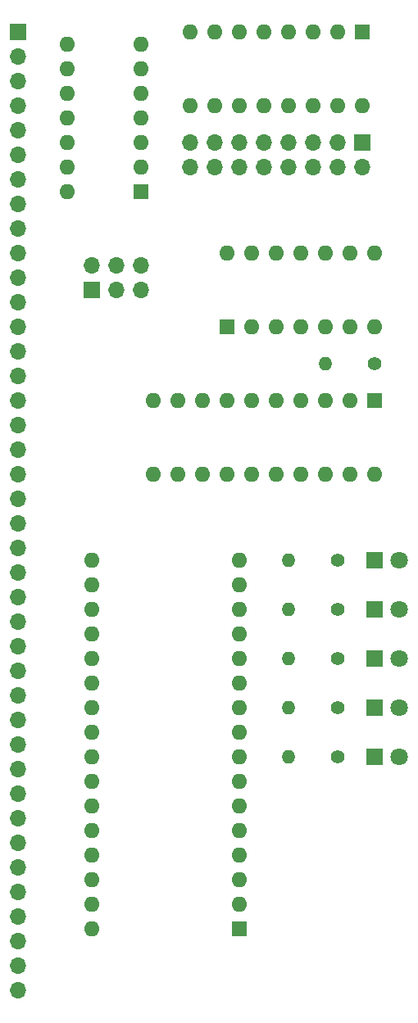
<source format=gbs>
G04 #@! TF.GenerationSoftware,KiCad,Pcbnew,6.0.2+dfsg-1*
G04 #@! TF.CreationDate,2023-09-16T22:11:42+01:00*
G04 #@! TF.ProjectId,Banked_RAM_Higher,42616e6b-6564-45f5-9241-4d5f48696768,rev?*
G04 #@! TF.SameCoordinates,Original*
G04 #@! TF.FileFunction,Soldermask,Bot*
G04 #@! TF.FilePolarity,Negative*
%FSLAX46Y46*%
G04 Gerber Fmt 4.6, Leading zero omitted, Abs format (unit mm)*
G04 Created by KiCad (PCBNEW 6.0.2+dfsg-1) date 2023-09-16 22:11:42*
%MOMM*%
%LPD*%
G01*
G04 APERTURE LIST*
%ADD10C,1.400000*%
%ADD11O,1.400000X1.400000*%
%ADD12R,1.700000X1.700000*%
%ADD13O,1.700000X1.700000*%
%ADD14R,1.800000X1.800000*%
%ADD15C,1.800000*%
%ADD16R,1.600000X1.600000*%
%ADD17O,1.600000X1.600000*%
G04 APERTURE END LIST*
D10*
X124460000Y-95250000D03*
D11*
X119380000Y-95250000D03*
D12*
X99075000Y-67315000D03*
D13*
X99075000Y-64775000D03*
X101615000Y-67315000D03*
X101615000Y-64775000D03*
X104155000Y-67315000D03*
X104155000Y-64775000D03*
D14*
X128270000Y-95250000D03*
D15*
X130810000Y-95250000D03*
D12*
X91440000Y-40640000D03*
D13*
X91440000Y-43180000D03*
X91440000Y-45720000D03*
X91440000Y-48260000D03*
X91440000Y-50800000D03*
X91440000Y-53340000D03*
X91440000Y-55880000D03*
X91440000Y-58420000D03*
X91440000Y-60960000D03*
X91440000Y-63500000D03*
X91440000Y-66040000D03*
X91440000Y-68580000D03*
X91440000Y-71120000D03*
X91440000Y-73660000D03*
X91440000Y-76200000D03*
X91440000Y-78740000D03*
X91440000Y-81280000D03*
X91440000Y-83820000D03*
X91440000Y-86360000D03*
X91440000Y-88900000D03*
X91440000Y-91440000D03*
X91440000Y-93980000D03*
X91440000Y-96520000D03*
X91440000Y-99060000D03*
X91440000Y-101600000D03*
X91440000Y-104140000D03*
X91440000Y-106680000D03*
X91440000Y-109220000D03*
X91440000Y-111760000D03*
X91440000Y-114300000D03*
X91440000Y-116840000D03*
X91440000Y-119380000D03*
X91440000Y-121920000D03*
X91440000Y-124460000D03*
X91440000Y-127000000D03*
X91440000Y-129540000D03*
X91440000Y-132080000D03*
X91440000Y-134620000D03*
X91440000Y-137160000D03*
X91440000Y-139700000D03*
D12*
X127000000Y-52070000D03*
D13*
X127000000Y-54610000D03*
X124460000Y-52070000D03*
X124460000Y-54610000D03*
X121920000Y-52070000D03*
X121920000Y-54610000D03*
X119380000Y-52070000D03*
X119380000Y-54610000D03*
X116840000Y-52070000D03*
X116840000Y-54610000D03*
X114300000Y-52070000D03*
X114300000Y-54610000D03*
X111760000Y-52070000D03*
X111760000Y-54610000D03*
X109220000Y-52070000D03*
X109220000Y-54610000D03*
D16*
X113025000Y-71110000D03*
D17*
X115565000Y-71110000D03*
X118105000Y-71110000D03*
X120645000Y-71110000D03*
X123185000Y-71110000D03*
X125725000Y-71110000D03*
X128265000Y-71110000D03*
X128265000Y-63490000D03*
X125725000Y-63490000D03*
X123185000Y-63490000D03*
X120645000Y-63490000D03*
X118105000Y-63490000D03*
X115565000Y-63490000D03*
X113025000Y-63490000D03*
D16*
X104130000Y-57155000D03*
D17*
X104130000Y-54615000D03*
X104130000Y-52075000D03*
X104130000Y-49535000D03*
X104130000Y-46995000D03*
X104130000Y-44455000D03*
X104130000Y-41915000D03*
X96510000Y-41915000D03*
X96510000Y-44455000D03*
X96510000Y-46995000D03*
X96510000Y-49535000D03*
X96510000Y-52075000D03*
X96510000Y-54615000D03*
X96510000Y-57155000D03*
D16*
X126985000Y-40650000D03*
D17*
X124445000Y-40650000D03*
X121905000Y-40650000D03*
X119365000Y-40650000D03*
X116825000Y-40650000D03*
X114285000Y-40650000D03*
X111745000Y-40650000D03*
X109205000Y-40650000D03*
X109205000Y-48270000D03*
X111745000Y-48270000D03*
X114285000Y-48270000D03*
X116825000Y-48270000D03*
X119365000Y-48270000D03*
X121905000Y-48270000D03*
X124445000Y-48270000D03*
X126985000Y-48270000D03*
D16*
X114305000Y-133350000D03*
D17*
X114305000Y-130810000D03*
X114305000Y-128270000D03*
X114305000Y-125730000D03*
X114305000Y-123190000D03*
X114305000Y-120650000D03*
X114305000Y-118110000D03*
X114305000Y-115570000D03*
X114305000Y-113030000D03*
X114305000Y-110490000D03*
X114305000Y-107950000D03*
X114305000Y-105410000D03*
X114305000Y-102870000D03*
X114305000Y-100330000D03*
X114305000Y-97790000D03*
X114305000Y-95250000D03*
X99065000Y-95250000D03*
X99065000Y-97790000D03*
X99065000Y-100330000D03*
X99065000Y-102870000D03*
X99065000Y-105410000D03*
X99065000Y-107950000D03*
X99065000Y-110490000D03*
X99065000Y-113030000D03*
X99065000Y-115570000D03*
X99065000Y-118110000D03*
X99065000Y-120650000D03*
X99065000Y-123190000D03*
X99065000Y-125730000D03*
X99065000Y-128270000D03*
X99065000Y-130810000D03*
X99065000Y-133350000D03*
D14*
X128270000Y-105410000D03*
D15*
X130810000Y-105410000D03*
D10*
X124460000Y-105410000D03*
D11*
X119380000Y-105410000D03*
D10*
X124460000Y-115570000D03*
D11*
X119380000Y-115570000D03*
D16*
X128265000Y-78750000D03*
D17*
X125725000Y-78750000D03*
X123185000Y-78750000D03*
X120645000Y-78750000D03*
X118105000Y-78750000D03*
X115565000Y-78750000D03*
X113025000Y-78750000D03*
X110485000Y-78750000D03*
X107945000Y-78750000D03*
X105405000Y-78750000D03*
X105405000Y-86370000D03*
X107945000Y-86370000D03*
X110485000Y-86370000D03*
X113025000Y-86370000D03*
X115565000Y-86370000D03*
X118105000Y-86370000D03*
X120645000Y-86370000D03*
X123185000Y-86370000D03*
X125725000Y-86370000D03*
X128265000Y-86370000D03*
D10*
X124460000Y-100330000D03*
D11*
X119380000Y-100330000D03*
D10*
X128270000Y-74930000D03*
D11*
X123190000Y-74930000D03*
D14*
X128270000Y-110490000D03*
D15*
X130810000Y-110490000D03*
D14*
X128270000Y-100330000D03*
D15*
X130810000Y-100330000D03*
D14*
X128270000Y-115570000D03*
D15*
X130810000Y-115570000D03*
D10*
X124460000Y-110490000D03*
D11*
X119380000Y-110490000D03*
M02*

</source>
